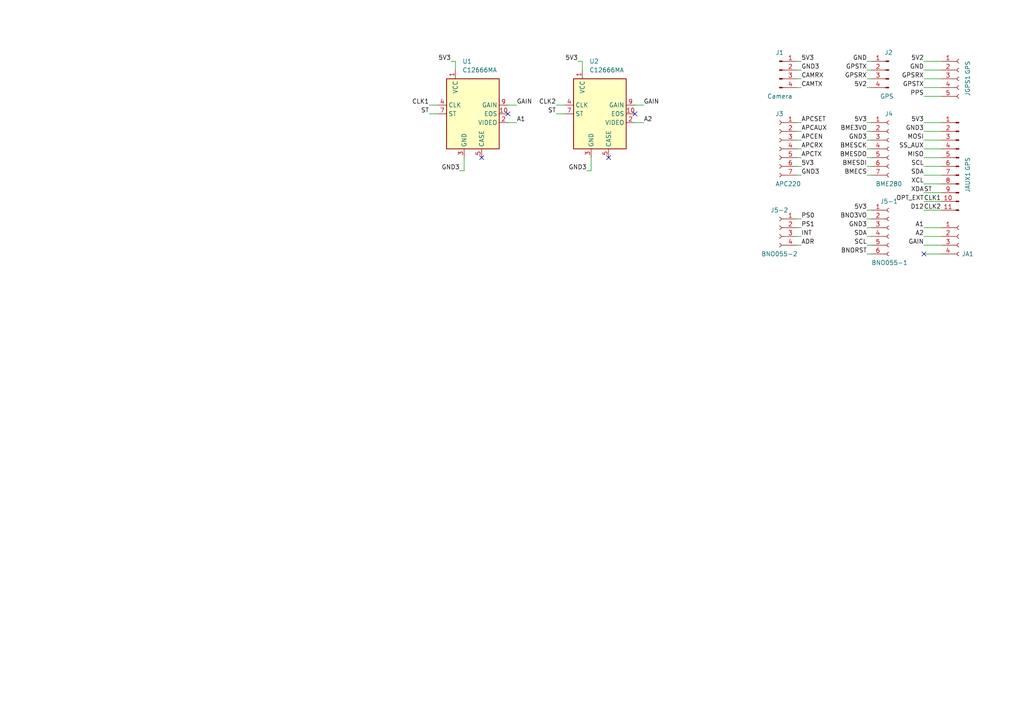
<source format=kicad_sch>
(kicad_sch (version 20211123) (generator eeschema)
  (paper "A4")
  (lib_symbols
    (symbol "Connector:Conn_01x04_Female" (pin_names (offset 1.016) hide)
      (property "Reference" "J" (at 0 5.08 0))
      (property "Value" "Conn_01x04_Female" (at 0 -7.62 0))
      (symbol "Conn_01x04_Female_1_1"
        (arc (start 0 -4.572) (mid -0.508 -5.08) (end 0 -5.588) (stroke (width 0.1524)))
        (arc (start 0 -2.032) (mid -0.508 -2.54) (end 0 -3.048) (stroke (width 0.1524)))
        (polyline (pts (xy -1.27 -5.08) (xy -0.508 -5.08)) (stroke (width 0.1524)))
        (polyline (pts (xy -1.27 -2.54) (xy -0.508 -2.54)) (stroke (width 0.1524)))
        (polyline (pts (xy -1.27 0) (xy -0.508 0)) (stroke (width 0.1524)))
        (polyline (pts (xy -1.27 2.54) (xy -0.508 2.54)) (stroke (width 0.1524)))
        (arc (start 0 0.508) (mid -0.508 0) (end 0 -0.508) (stroke (width 0.1524)))
        (arc (start 0 3.048) (mid -0.508 2.54) (end 0 2.032) (stroke (width 0.1524)))
        (pin passive line (at -5.08 2.54 0) (length 3.81) (name "Pin_1") (number "1"))
        (pin passive line (at -5.08 0 0) (length 3.81) (name "Pin_2") (number "2"))
        (pin passive line (at -5.08 -2.54 0) (length 3.81) (name "Pin_3") (number "3"))
        (pin passive line (at -5.08 -5.08 0) (length 3.81) (name "Pin_4") (number "4"))
      )
    )
    (symbol "Connector:Conn_01x04_Male" (pin_names (offset 1.016) hide)
      (property "Reference" "J" (at 0 5.08 0))
      (property "Value" "Conn_01x04_Male" (at 0 -7.62 0))
      (symbol "Conn_01x04_Male_1_1"
        (polyline (pts (xy 1.27 -5.08) (xy 0.8636 -5.08)) (stroke (width 0.1524)))
        (polyline (pts (xy 1.27 -2.54) (xy 0.8636 -2.54)) (stroke (width 0.1524)))
        (polyline (pts (xy 1.27 0) (xy 0.8636 0)) (stroke (width 0.1524)))
        (polyline (pts (xy 1.27 2.54) (xy 0.8636 2.54)) (stroke (width 0.1524)))
        (rectangle (start 0.8636 -4.953) (end 0 -5.207) (stroke (width 0.1524)) (fill (type outline)))
        (rectangle (start 0.8636 -2.413) (end 0 -2.667) (stroke (width 0.1524)) (fill (type outline)))
        (rectangle (start 0.8636 0.127) (end 0 -0.127) (stroke (width 0.1524)) (fill (type outline)))
        (rectangle (start 0.8636 2.667) (end 0 2.413) (stroke (width 0.1524)) (fill (type outline)))
        (pin passive line (at 5.08 2.54 180) (length 3.81) (name "Pin_1") (number "1"))
        (pin passive line (at 5.08 0 180) (length 3.81) (name "Pin_2") (number "2"))
        (pin passive line (at 5.08 -2.54 180) (length 3.81) (name "Pin_3") (number "3"))
        (pin passive line (at 5.08 -5.08 180) (length 3.81) (name "Pin_4") (number "4"))
      )
    )
    (symbol "Connector:Conn_01x05_Female" (pin_names (offset 1.016) hide)
      (property "Reference" "J" (at 0 7.62 0))
      (property "Value" "Conn_01x05_Female" (at 0 -7.62 0))
      (symbol "Conn_01x05_Female_1_1"
        (arc (start 0 -4.572) (mid -0.508 -5.08) (end 0 -5.588) (stroke (width 0.1524)))
        (arc (start 0 -2.032) (mid -0.508 -2.54) (end 0 -3.048) (stroke (width 0.1524)))
        (polyline (pts (xy -1.27 -5.08) (xy -0.508 -5.08)) (stroke (width 0.1524)))
        (polyline (pts (xy -1.27 -2.54) (xy -0.508 -2.54)) (stroke (width 0.1524)))
        (polyline (pts (xy -1.27 0) (xy -0.508 0)) (stroke (width 0.1524)))
        (polyline (pts (xy -1.27 2.54) (xy -0.508 2.54)) (stroke (width 0.1524)))
        (polyline (pts (xy -1.27 5.08) (xy -0.508 5.08)) (stroke (width 0.1524)))
        (arc (start 0 0.508) (mid -0.508 0) (end 0 -0.508) (stroke (width 0.1524)))
        (arc (start 0 3.048) (mid -0.508 2.54) (end 0 2.032) (stroke (width 0.1524)))
        (arc (start 0 5.588) (mid -0.508 5.08) (end 0 4.572) (stroke (width 0.1524)))
        (pin passive line (at -5.08 5.08 0) (length 3.81) (name "Pin_1") (number "1"))
        (pin passive line (at -5.08 2.54 0) (length 3.81) (name "Pin_2") (number "2"))
        (pin passive line (at -5.08 0 0) (length 3.81) (name "Pin_3") (number "3"))
        (pin passive line (at -5.08 -2.54 0) (length 3.81) (name "Pin_4") (number "4"))
        (pin passive line (at -5.08 -5.08 0) (length 3.81) (name "Pin_5") (number "5"))
      )
    )
    (symbol "Connector:Conn_01x06_Female" (pin_names (offset 1.016) hide)
      (property "Reference" "J" (at 0 7.62 0))
      (property "Value" "Conn_01x06_Female" (at 0 -10.16 0))
      (symbol "Conn_01x06_Female_1_1"
        (arc (start 0 -7.112) (mid -0.508 -7.62) (end 0 -8.128) (stroke (width 0.1524)))
        (arc (start 0 -4.572) (mid -0.508 -5.08) (end 0 -5.588) (stroke (width 0.1524)))
        (arc (start 0 -2.032) (mid -0.508 -2.54) (end 0 -3.048) (stroke (width 0.1524)))
        (polyline (pts (xy -1.27 -7.62) (xy -0.508 -7.62)) (stroke (width 0.1524)))
        (polyline (pts (xy -1.27 -5.08) (xy -0.508 -5.08)) (stroke (width 0.1524)))
        (polyline (pts (xy -1.27 -2.54) (xy -0.508 -2.54)) (stroke (width 0.1524)))
        (polyline (pts (xy -1.27 0) (xy -0.508 0)) (stroke (width 0.1524)))
        (polyline (pts (xy -1.27 2.54) (xy -0.508 2.54)) (stroke (width 0.1524)))
        (polyline (pts (xy -1.27 5.08) (xy -0.508 5.08)) (stroke (width 0.1524)))
        (arc (start 0 0.508) (mid -0.508 0) (end 0 -0.508) (stroke (width 0.1524)))
        (arc (start 0 3.048) (mid -0.508 2.54) (end 0 2.032) (stroke (width 0.1524)))
        (arc (start 0 5.588) (mid -0.508 5.08) (end 0 4.572) (stroke (width 0.1524)))
        (pin passive line (at -5.08 5.08 0) (length 3.81) (name "Pin_1") (number "1"))
        (pin passive line (at -5.08 2.54 0) (length 3.81) (name "Pin_2") (number "2"))
        (pin passive line (at -5.08 0 0) (length 3.81) (name "Pin_3") (number "3"))
        (pin passive line (at -5.08 -2.54 0) (length 3.81) (name "Pin_4") (number "4"))
        (pin passive line (at -5.08 -5.08 0) (length 3.81) (name "Pin_5") (number "5"))
        (pin passive line (at -5.08 -7.62 0) (length 3.81) (name "Pin_6") (number "6"))
      )
    )
    (symbol "Connector:Conn_01x07_Female" (pin_names (offset 1.016) hide)
      (property "Reference" "J" (at 0 10.16 0))
      (property "Value" "Conn_01x07_Female" (at 0 -10.16 0))
      (symbol "Conn_01x07_Female_1_1"
        (arc (start 0 -7.112) (mid -0.508 -7.62) (end 0 -8.128) (stroke (width 0.1524)))
        (arc (start 0 -4.572) (mid -0.508 -5.08) (end 0 -5.588) (stroke (width 0.1524)))
        (arc (start 0 -2.032) (mid -0.508 -2.54) (end 0 -3.048) (stroke (width 0.1524)))
        (polyline (pts (xy -1.27 -7.62) (xy -0.508 -7.62)) (stroke (width 0.1524)))
        (polyline (pts (xy -1.27 -5.08) (xy -0.508 -5.08)) (stroke (width 0.1524)))
        (polyline (pts (xy -1.27 -2.54) (xy -0.508 -2.54)) (stroke (width 0.1524)))
        (polyline (pts (xy -1.27 0) (xy -0.508 0)) (stroke (width 0.1524)))
        (polyline (pts (xy -1.27 2.54) (xy -0.508 2.54)) (stroke (width 0.1524)))
        (polyline (pts (xy -1.27 5.08) (xy -0.508 5.08)) (stroke (width 0.1524)))
        (polyline (pts (xy -1.27 7.62) (xy -0.508 7.62)) (stroke (width 0.1524)))
        (arc (start 0 0.508) (mid -0.508 0) (end 0 -0.508) (stroke (width 0.1524)))
        (arc (start 0 3.048) (mid -0.508 2.54) (end 0 2.032) (stroke (width 0.1524)))
        (arc (start 0 5.588) (mid -0.508 5.08) (end 0 4.572) (stroke (width 0.1524)))
        (arc (start 0 8.128) (mid -0.508 7.62) (end 0 7.112) (stroke (width 0.1524)))
        (pin passive line (at -5.08 7.62 0) (length 3.81) (name "Pin_1") (number "1"))
        (pin passive line (at -5.08 5.08 0) (length 3.81) (name "Pin_2") (number "2"))
        (pin passive line (at -5.08 2.54 0) (length 3.81) (name "Pin_3") (number "3"))
        (pin passive line (at -5.08 0 0) (length 3.81) (name "Pin_4") (number "4"))
        (pin passive line (at -5.08 -2.54 0) (length 3.81) (name "Pin_5") (number "5"))
        (pin passive line (at -5.08 -5.08 0) (length 3.81) (name "Pin_6") (number "6"))
        (pin passive line (at -5.08 -7.62 0) (length 3.81) (name "Pin_7") (number "7"))
      )
    )
    (symbol "Connector:Conn_01x11_Male" (pin_names (offset 1.016) hide)
      (property "Reference" "J" (at 0 15.24 0))
      (property "Value" "Conn_01x11_Male" (at 0 -15.24 0))
      (symbol "Conn_01x11_Male_1_1"
        (polyline (pts (xy 1.27 -12.7) (xy 0.8636 -12.7)) (stroke (width 0.1524)))
        (polyline (pts (xy 1.27 -10.16) (xy 0.8636 -10.16)) (stroke (width 0.1524)))
        (polyline (pts (xy 1.27 -7.62) (xy 0.8636 -7.62)) (stroke (width 0.1524)))
        (polyline (pts (xy 1.27 -5.08) (xy 0.8636 -5.08)) (stroke (width 0.1524)))
        (polyline (pts (xy 1.27 -2.54) (xy 0.8636 -2.54)) (stroke (width 0.1524)))
        (polyline (pts (xy 1.27 0) (xy 0.8636 0)) (stroke (width 0.1524)))
        (polyline (pts (xy 1.27 2.54) (xy 0.8636 2.54)) (stroke (width 0.1524)))
        (polyline (pts (xy 1.27 5.08) (xy 0.8636 5.08)) (stroke (width 0.1524)))
        (polyline (pts (xy 1.27 7.62) (xy 0.8636 7.62)) (stroke (width 0.1524)))
        (polyline (pts (xy 1.27 10.16) (xy 0.8636 10.16)) (stroke (width 0.1524)))
        (polyline (pts (xy 1.27 12.7) (xy 0.8636 12.7)) (stroke (width 0.1524)))
        (rectangle (start 0.8636 -12.573) (end 0 -12.827) (stroke (width 0.1524)) (fill (type outline)))
        (rectangle (start 0.8636 -10.033) (end 0 -10.287) (stroke (width 0.1524)) (fill (type outline)))
        (rectangle (start 0.8636 -7.493) (end 0 -7.747) (stroke (width 0.1524)) (fill (type outline)))
        (rectangle (start 0.8636 -4.953) (end 0 -5.207) (stroke (width 0.1524)) (fill (type outline)))
        (rectangle (start 0.8636 -2.413) (end 0 -2.667) (stroke (width 0.1524)) (fill (type outline)))
        (rectangle (start 0.8636 0.127) (end 0 -0.127) (stroke (width 0.1524)) (fill (type outline)))
        (rectangle (start 0.8636 2.667) (end 0 2.413) (stroke (width 0.1524)) (fill (type outline)))
        (rectangle (start 0.8636 5.207) (end 0 4.953) (stroke (width 0.1524)) (fill (type outline)))
        (rectangle (start 0.8636 7.747) (end 0 7.493) (stroke (width 0.1524)) (fill (type outline)))
        (rectangle (start 0.8636 10.287) (end 0 10.033) (stroke (width 0.1524)) (fill (type outline)))
        (rectangle (start 0.8636 12.827) (end 0 12.573) (stroke (width 0.1524)) (fill (type outline)))
        (pin passive line (at 5.08 12.7 180) (length 3.81) (name "Pin_1") (number "1"))
        (pin passive line (at 5.08 -10.16 180) (length 3.81) (name "Pin_10") (number "10"))
        (pin passive line (at 5.08 -12.7 180) (length 3.81) (name "Pin_11") (number "11"))
        (pin passive line (at 5.08 10.16 180) (length 3.81) (name "Pin_2") (number "2"))
        (pin passive line (at 5.08 7.62 180) (length 3.81) (name "Pin_3") (number "3"))
        (pin passive line (at 5.08 5.08 180) (length 3.81) (name "Pin_4") (number "4"))
        (pin passive line (at 5.08 2.54 180) (length 3.81) (name "Pin_5") (number "5"))
        (pin passive line (at 5.08 0 180) (length 3.81) (name "Pin_6") (number "6"))
        (pin passive line (at 5.08 -2.54 180) (length 3.81) (name "Pin_7") (number "7"))
        (pin passive line (at 5.08 -5.08 180) (length 3.81) (name "Pin_8") (number "8"))
        (pin passive line (at 5.08 -7.62 180) (length 3.81) (name "Pin_9") (number "9"))
      )
    )
    (symbol "Sensor_Optical:C12666MA"
      (property "Reference" "U?" (at -0.5206 15.24 0))
      (property "Value" "C12666MA" (at -0.5206 12.7 0))
      (symbol "C12666MA_0_1"
        (rectangle (start -7.62 10.16) (end 7.62 -10.16) (stroke (width 0.254)) (fill (type background)))
      )
      (symbol "C12666MA_1_1"
        (pin power_in line (at -5.08 12.7 270) (length 2.54) (name "VCC") (number "1"))
        (pin output line (at 10.16 0 180) (length 2.54) (name "EOS") (number "10"))
        (pin output line (at 10.16 -2.54 180) (length 2.54) (name "VIDEO") (number "2"))
        (pin power_in line (at -2.54 -12.7 90) (length 2.54) (name "GND") (number "3"))
        (pin input line (at -10.16 2.54 0) (length 2.54) (name "CLK") (number "4"))
        (pin passive line (at 2.54 -12.7 90) (length 2.54) (name "CASE") (number "5"))
        (pin no_connect line (at 7.62 5.08 180) (length 2.54) hide (name "NC") (number "6"))
        (pin input line (at -10.16 0 0) (length 2.54) (name "ST") (number "7"))
        (pin no_connect line (at -7.62 -2.54 0) (length 2.54) hide (name "NC") (number "8"))
        (pin output line (at 10.16 2.54 180) (length 2.54) (name "GAIN") (number "9"))
      )
    )
  )
  (no_connect (at 139.7 45.72))
  (no_connect (at 176.53 45.72))
  (no_connect (at 267.97 73.66))
  (no_connect (at 184.15 33.02))
  (no_connect (at 147.32 33.02))
  (wire (pts (xy 251.46 63.5) (xy 252.73 63.5)))
  (wire (pts (xy 267.97 27.94) (xy 273.05 27.94)))
  (wire (pts (xy 251.46 50.8) (xy 252.73 50.8)))
  (wire (pts (xy 267.97 25.4) (xy 273.05 25.4)))
  (wire (pts (xy 184.15 35.56) (xy 186.69 35.56)))
  (wire (pts (xy 134.62 45.72) (xy 134.62 49.53)))
  (wire (pts (xy 168.91 20.32) (xy 168.91 17.78)))
  (wire (pts (xy 161.29 33.02) (xy 163.83 33.02)))
  (wire (pts (xy 267.97 20.32) (xy 273.05 20.32)))
  (wire (pts (xy 231.14 66.04) (xy 232.41 66.04)))
  (wire (pts (xy 267.97 73.66) (xy 273.05 73.66)))
  (wire (pts (xy 251.46 60.96) (xy 252.73 60.96)))
  (wire (pts (xy 133.35 49.53) (xy 134.62 49.53)))
  (wire (pts (xy 231.14 35.56) (xy 232.41 35.56)))
  (wire (pts (xy 124.46 33.02) (xy 127 33.02)))
  (wire (pts (xy 267.97 45.72) (xy 273.05 45.72)))
  (wire (pts (xy 232.41 48.26) (xy 231.14 48.26)))
  (wire (pts (xy 251.46 22.86) (xy 252.73 22.86)))
  (wire (pts (xy 267.97 17.78) (xy 273.05 17.78)))
  (wire (pts (xy 184.15 30.48) (xy 186.69 30.48)))
  (wire (pts (xy 251.46 17.78) (xy 252.73 17.78)))
  (wire (pts (xy 251.46 35.56) (xy 252.73 35.56)))
  (wire (pts (xy 267.97 35.56) (xy 273.05 35.56)))
  (wire (pts (xy 231.14 43.18) (xy 232.41 43.18)))
  (wire (pts (xy 267.97 38.1) (xy 273.05 38.1)))
  (wire (pts (xy 267.97 66.04) (xy 273.05 66.04)))
  (wire (pts (xy 231.14 40.64) (xy 232.41 40.64)))
  (wire (pts (xy 231.14 38.1) (xy 232.41 38.1)))
  (wire (pts (xy 231.14 71.12) (xy 232.41 71.12)))
  (wire (pts (xy 251.46 43.18) (xy 252.73 43.18)))
  (wire (pts (xy 147.32 30.48) (xy 149.86 30.48)))
  (wire (pts (xy 251.46 45.72) (xy 252.73 45.72)))
  (wire (pts (xy 124.46 30.48) (xy 127 30.48)))
  (wire (pts (xy 251.46 66.04) (xy 252.73 66.04)))
  (wire (pts (xy 251.46 73.66) (xy 252.73 73.66)))
  (wire (pts (xy 267.97 50.8) (xy 273.05 50.8)))
  (wire (pts (xy 267.97 53.34) (xy 273.05 53.34)))
  (wire (pts (xy 168.91 17.78) (xy 167.64 17.78)))
  (wire (pts (xy 267.97 71.12) (xy 273.05 71.12)))
  (wire (pts (xy 267.97 55.88) (xy 273.05 55.88)))
  (wire (pts (xy 267.97 22.86) (xy 273.05 22.86)))
  (wire (pts (xy 251.46 40.64) (xy 252.73 40.64)))
  (wire (pts (xy 267.97 60.96) (xy 273.05 60.96)))
  (wire (pts (xy 130.81 17.78) (xy 132.08 17.78)))
  (wire (pts (xy 161.29 30.48) (xy 163.83 30.48)))
  (wire (pts (xy 231.14 20.32) (xy 232.41 20.32)))
  (wire (pts (xy 267.97 43.18) (xy 273.05 43.18)))
  (wire (pts (xy 251.46 71.12) (xy 252.73 71.12)))
  (wire (pts (xy 251.46 48.26) (xy 252.73 48.26)))
  (wire (pts (xy 267.97 40.64) (xy 273.05 40.64)))
  (wire (pts (xy 170.18 49.53) (xy 171.45 49.53)))
  (wire (pts (xy 267.97 48.26) (xy 273.05 48.26)))
  (wire (pts (xy 231.14 63.5) (xy 232.41 63.5)))
  (wire (pts (xy 132.08 17.78) (xy 132.08 20.32)))
  (wire (pts (xy 231.14 45.72) (xy 232.41 45.72)))
  (wire (pts (xy 232.41 17.78) (xy 231.14 17.78)))
  (wire (pts (xy 251.46 25.4) (xy 252.73 25.4)))
  (wire (pts (xy 251.46 38.1) (xy 252.73 38.1)))
  (wire (pts (xy 171.45 49.53) (xy 171.45 45.72)))
  (wire (pts (xy 147.32 35.56) (xy 149.86 35.56)))
  (wire (pts (xy 231.14 50.8) (xy 232.41 50.8)))
  (wire (pts (xy 251.46 68.58) (xy 252.73 68.58)))
  (wire (pts (xy 251.46 20.32) (xy 252.73 20.32)))
  (wire (pts (xy 231.14 68.58) (xy 232.41 68.58)))
  (wire (pts (xy 267.97 58.42) (xy 273.05 58.42)))
  (wire (pts (xy 267.97 68.58) (xy 273.05 68.58)))
  (wire (pts (xy 231.14 25.4) (xy 232.41 25.4)))
  (wire (pts (xy 231.14 22.86) (xy 232.41 22.86)))
  (label "GND3" (at 170.18 49.53 180))
  (label "5V3" (at 232.41 48.26 0))
  (label "BMESDI" (at 251.46 48.26 180))
  (label "GND3" (at 232.41 50.8 0))
  (label "BME3VO" (at 251.46 38.1 180))
  (label "BNORST" (at 251.46 73.66 180))
  (label "5V2" (at 267.97 17.78 180))
  (label "BMESDO" (at 251.46 45.72 180))
  (label "A2" (at 186.69 35.56 0))
  (label "GAIN" (at 267.97 71.12 180))
  (label "GND3" (at 267.97 38.1 180))
  (label "APCRX" (at 232.41 43.18 0))
  (label "PS0" (at 232.41 63.5 0))
  (label "GND" (at 267.97 20.32 180))
  (label "GAIN" (at 149.86 30.48 0))
  (label "SCL" (at 251.46 71.12 180))
  (label "GND3" (at 251.46 66.04 180))
  (label "APCAUX" (at 232.41 38.1 0))
  (label "MOSI" (at 267.97 40.64 180))
  (label "XDA" (at 267.97 55.88 180))
  (label "GND3" (at 232.41 20.32 0))
  (label "CLK2" (at 267.97 60.96 0))
  (label "GPSRX" (at 251.46 22.86 180))
  (label "GPSRX" (at 267.97 22.86 180))
  (label "BMECS" (at 251.46 50.8 180))
  (label "5V2" (at 251.46 25.4 180))
  (label "5V3" (at 232.41 17.78 0))
  (label "GPSTX" (at 251.46 20.32 180))
  (label "GAIN" (at 186.69 30.48 0))
  (label "5V3" (at 130.81 17.78 180))
  (label "5V3" (at 251.46 35.56 180))
  (label "XCL" (at 267.97 53.34 180))
  (label "5V3" (at 267.97 35.56 180))
  (label "GND" (at 251.46 17.78 180))
  (label "GND3" (at 251.46 40.64 180))
  (label "SDA" (at 251.46 68.58 180))
  (label "A1" (at 149.86 35.56 0))
  (label "CLK1" (at 267.97 58.42 0))
  (label "APCTX" (at 232.41 45.72 0))
  (label "A1" (at 267.97 66.04 180))
  (label "MISO" (at 267.97 45.72 180))
  (label "OPT_EXT" (at 267.97 58.42 180))
  (label "PPS" (at 267.97 27.94 180))
  (label "INT" (at 232.41 68.58 0))
  (label "GPSTX" (at 267.97 25.4 180))
  (label "ST" (at 267.97 55.88 0))
  (label "ST" (at 124.46 33.02 180))
  (label "ADR" (at 232.41 71.12 0))
  (label "BNO3VO" (at 251.46 63.5 180))
  (label "CAMRX" (at 232.41 22.86 0))
  (label "SCL" (at 267.97 48.26 180))
  (label "GND3" (at 133.35 49.53 180))
  (label "PS1" (at 232.41 66.04 0))
  (label "A2" (at 267.97 68.58 180))
  (label "CLK2" (at 161.29 30.48 180))
  (label "SDA" (at 267.97 50.8 180))
  (label "APCSET" (at 232.41 35.56 0))
  (label "SS_AUX" (at 267.97 43.18 180))
  (label "ST" (at 161.29 33.02 180))
  (label "BMESCK" (at 251.46 43.18 180))
  (label "APCEN" (at 232.41 40.64 0))
  (label "5V3" (at 251.46 60.96 180))
  (label "CLK1" (at 124.46 30.48 180))
  (label "5V3" (at 167.64 17.78 180))
  (label "CAMTX" (at 232.41 25.4 0))
  (label "D12" (at 267.97 60.96 180))
  (symbol (lib_id "Connector:Conn_01x04_Female") (at 278.13 68.58 0) (unit 1)
    (property "Reference" "JA1" (at 280.67 73.66 0))
    (property "Value" "Conn_01x04_Female" (effects hide))
    (property "Footprint" "Connector_JST:JST_XH_B4B-XH-A_1x04_P2.50mm_Vertical" (effects hide))
  )
  (symbol (lib_id "Sensor_Optical:C12666MA") (at 137.16 33.02 0) (unit 1)
    (property "Reference" "U1" (at 134.0994 17.78 0) (effects (justify left)))
    (property "Value" "C12666MA" (at 134.0994 20.32 0) (effects (justify left)))
    (property "Footprint" "OptoDevice:Hamamatsu_C12880" (effects hide))
    (property "Datasheet" "http://www.hamamatsu.com/resources/pdf/ssd/c12880ma_kacc1226e.pdf" (effects hide))
  )
  (symbol (lib_id "Connector:Conn_01x04_Male") (at 257.81 20.32 0) (mirror y) (unit 1)
    (property "Reference" "J2" (at 256.54 15.24 0) (effects (justify right)))
    (property "Value" "GPS" (at 255.27 27.94 0) (effects (justify right)))
    (property "Footprint" "Connector_PinHeader_2.54mm:PinHeader_1x04_P2.54mm_Vertical" (effects hide))
  )
  (symbol (lib_id "Connector:Conn_01x06_Female") (at 257.81 66.04 0) (unit 1)
    (property "Reference" "J5-1" (at 255.27 58.42 0) (effects (justify left)))
    (property "Value" "BNO055-1" (at 252.73 76.2 0) (effects (justify left)))
    (property "Footprint" "Connector_PinHeader_2.54mm:PinHeader_1x06_P2.54mm_Vertical" (effects hide))
  )
  (symbol (lib_id "Connector:Conn_01x07_Female") (at 226.06 43.18 0) (mirror y) (unit 1)
    (property "Reference" "J3" (at 226.06 33.02 0))
    (property "Value" "APC220" (at 228.6 53.34 0))
    (property "Footprint" "Connector_PinHeader_2.54mm:PinHeader_1x07_P2.54mm_Vertical" (effects hide))
  )
  (symbol (lib_id "Connector:Conn_01x04_Female") (at 226.06 66.04 0) (mirror y) (unit 1)
    (property "Reference" "J5-2" (at 226.06 60.96 0))
    (property "Value" "BNO055-2" (at 226.06 73.66 0))
    (property "Footprint" "Connector_PinHeader_2.54mm:PinHeader_1x04_P2.54mm_Vertical" (effects hide))
  )
  (symbol (lib_id "Sensor_Optical:C12666MA") (at 173.99 33.02 0) (unit 1)
    (property "Reference" "U2" (at 170.9294 17.78 0) (effects (justify left)))
    (property "Value" "C12666MA" (at 170.9294 20.32 0) (effects (justify left)))
    (property "Footprint" "OptoDevice:Hamamatsu_C12880" (effects hide))
    (property "Datasheet" "http://www.hamamatsu.com/resources/pdf/ssd/c12880ma_kacc1226e.pdf" (effects hide))
  )
  (symbol (lib_id "Connector:Conn_01x04_Male") (at 226.06 20.32 0) (unit 1)
    (property "Reference" "J1" (at 227.33 15.24 0) (effects (justify right)))
    (property "Value" "Camera" (at 229.87 27.94 0) (effects (justify right)))
    (property "Footprint" "Connector_PinHeader_2.54mm:PinHeader_1x04_P2.54mm_Vertical" (effects hide))
  )
  (symbol (lib_id "Connector:Conn_01x11_Male") (at 278.13 48.26 0) (mirror y) (unit 1)
    (property "Reference" "JAUX1" (at 280.67 55.88 90) (effects (justify left)))
    (property "Value" "GPS" (at 280.67 49.53 90) (effects (justify left)))
    (property "Footprint" "Connector_PinHeader_2.54mm:PinHeader_1x11_P2.54mm_Vertical" (effects hide))
  )
  (symbol (lib_id "Connector:Conn_01x07_Female") (at 257.81 43.18 0) (unit 1)
    (property "Reference" "J4" (at 257.81 33.02 0))
    (property "Value" "BME280" (at 257.81 53.34 0))
    (property "Footprint" "Connector_PinHeader_2.54mm:PinHeader_1x07_P2.54mm_Vertical" (effects hide))
  )
  (symbol (lib_id "Connector:Conn_01x05_Female") (at 278.13 22.86 0) (unit 1)
    (property "Reference" "JGPS1" (at 280.67 27.94 90) (effects (justify left)))
    (property "Value" "GPS" (at 280.67 21.59 90) (effects (justify left)))
    (property "Footprint" "Connector_PinSocket_2.54mm:PinSocket_1x05_P2.54mm_Vertical" (effects hide))
  )
)
</source>
